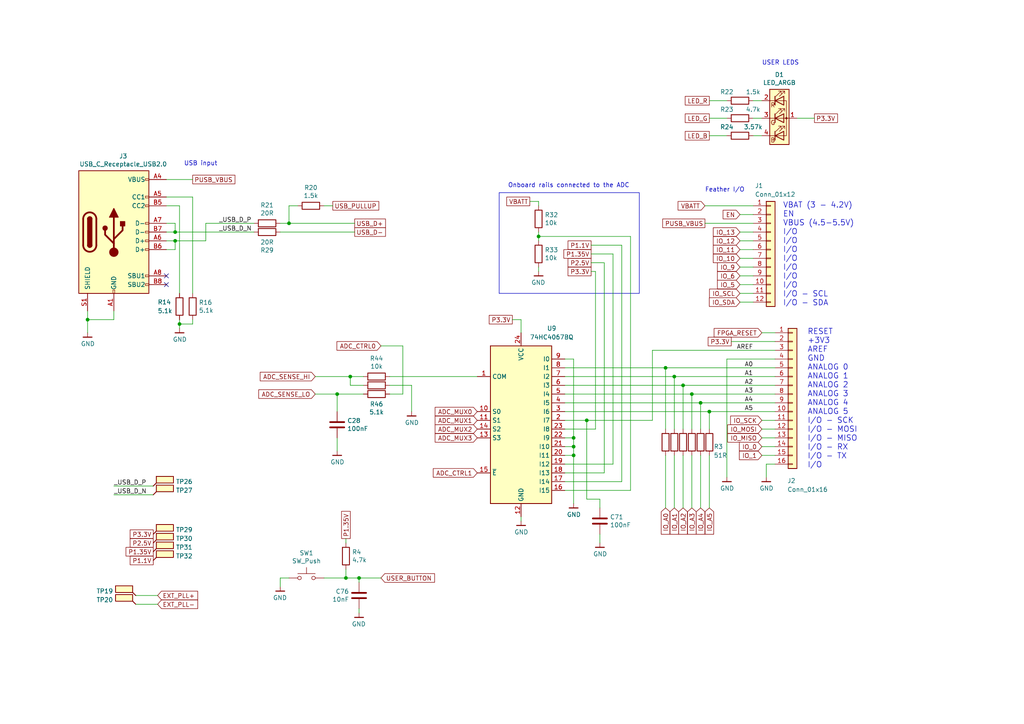
<source format=kicad_sch>
(kicad_sch (version 20230121) (generator eeschema)
  (paper "A4")
  (title_block (title "Orange Crab") (date "2020-11-01") (rev "r0.2.1") (company "Good Stuff Department") (comment 3 "Licensed under CERN OHL v.1.2") (comment 4 "Designed by: Greg Davill"))
  (lib_symbols
    (symbol "74xx:CD74HC4067M"
      (property "Reference" "U" (at -8.89 22.86 0))
      (property "Value" "CD74HC4067M" (at 1.27 22.86 0))
      (symbol "CD74HC4067M_0_1"
        (rectangle (start -8.89 21.59) (end 8.89 -24.13) (stroke (width 0.254)) (fill (type background)))
      )
      (symbol "CD74HC4067M_1_1"
        (pin passive line (at -12.7 12.7 0) (length 3.81) (name "COM") (number "1"))
        (pin input line (at -12.7 2.54 0) (length 3.81) (name "S0") (number "10"))
        (pin input line (at -12.7 0 0) (length 3.81) (name "S1") (number "11"))
        (pin power_in line (at 0 -27.94 90) (length 3.81) (name "GND") (number "12"))
        (pin input line (at -12.7 -5.08 0) (length 3.81) (name "S3") (number "13"))
        (pin input line (at -12.7 -2.54 0) (length 3.81) (name "S2") (number "14"))
        (pin input line (at -12.7 -15.24 0) (length 3.81) (name "~{E}") (number "15"))
        (pin passive line (at 12.7 -20.32 180) (length 3.81) (name "I15") (number "16"))
        (pin passive line (at 12.7 -17.78 180) (length 3.81) (name "I14") (number "17"))
        (pin passive line (at 12.7 -15.24 180) (length 3.81) (name "I13") (number "18"))
        (pin passive line (at 12.7 -12.7 180) (length 3.81) (name "I12") (number "19"))
        (pin passive line (at 12.7 0 180) (length 3.81) (name "I7") (number "2"))
        (pin passive line (at 12.7 -10.16 180) (length 3.81) (name "I11") (number "20"))
        (pin passive line (at 12.7 -7.62 180) (length 3.81) (name "I10") (number "21"))
        (pin passive line (at 12.7 -5.08 180) (length 3.81) (name "I9") (number "22"))
        (pin passive line (at 12.7 -2.54 180) (length 3.81) (name "I8") (number "23"))
        (pin power_in line (at 0 25.4 270) (length 3.81) (name "VCC") (number "24"))
        (pin passive line (at 12.7 2.54 180) (length 3.81) (name "I6") (number "3"))
        (pin passive line (at 12.7 5.08 180) (length 3.81) (name "I5") (number "4"))
        (pin passive line (at 12.7 7.62 180) (length 3.81) (name "I4") (number "5"))
        (pin passive line (at 12.7 10.16 180) (length 3.81) (name "I3") (number "6"))
        (pin passive line (at 12.7 12.7 180) (length 3.81) (name "I2") (number "7"))
        (pin passive line (at 12.7 15.24 180) (length 3.81) (name "I1") (number "8"))
        (pin passive line (at 12.7 17.78 180) (length 3.81) (name "I0") (number "9"))
      )
    )
    (symbol "Connector:TestPoint_Flag" (pin_numbers hide) (pin_names (offset 0.762) hide)
      (property "Reference" "TP" (at 3.429 1.778 0))
      (property "Value" "TestPoint_Flag" (at 3.302 4.191 0))
      (symbol "TestPoint_Flag_0_1"
        (polyline (pts (xy 0 0) (xy 0.889 0.889)) (stroke (width 0.254)))
        (rectangle (start 0.889 2.794) (end 5.842 0.889) (stroke (width 0.254)) (fill (type background)))
      )
      (symbol "TestPoint_Flag_1_1"
        (pin passive line (at 0 0 90) (length 0) (name "1") (number "1"))
      )
    )
    (symbol "Connector:USB_C_Receptacle_USB2.0" (pin_names (offset 1.016))
      (property "Reference" "J" (at -10.16 19.05 0))
      (property "Value" "USB_C_Receptacle_USB2.0" (at 19.05 19.05 0))
      (symbol "USB_C_Receptacle_USB2.0_0_0"
        (rectangle (start -0.254 -17.78) (end 0.254 -16.764))
        (rectangle (start 10.16 -14.986) (end 9.144 -15.494))
        (rectangle (start 10.16 -12.446) (end 9.144 -12.954))
        (rectangle (start 10.16 -4.826) (end 9.144 -5.334))
        (rectangle (start 10.16 -2.286) (end 9.144 -2.794))
        (rectangle (start 10.16 0.254) (end 9.144 -0.254))
        (rectangle (start 10.16 2.794) (end 9.144 2.286))
        (rectangle (start 10.16 7.874) (end 9.144 7.366))
        (rectangle (start 10.16 10.414) (end 9.144 9.906))
        (rectangle (start 10.16 15.494) (end 9.144 14.986))
      )
      (symbol "USB_C_Receptacle_USB2.0_0_1"
        (rectangle (start -10.16 17.78) (end 10.16 -17.78) (stroke (width 0.254)) (fill (type background)))
        (arc (start -8.89 -3.81) (mid -6.985 -5.7067) (end -5.08 -3.81) (stroke (width 0.508)))
        (arc (start -7.62 -3.81) (mid -6.985 -4.4423) (end -6.35 -3.81) (stroke (width 0.254)))
        (arc (start -7.62 -3.81) (mid -6.985 -4.4423) (end -6.35 -3.81) (stroke (width 0.254)) (fill (type outline)))
        (rectangle (start -7.62 -3.81) (end -6.35 3.81) (stroke (width 0.254)) (fill (type outline)))
        (arc (start -6.35 3.81) (mid -6.985 4.4423) (end -7.62 3.81) (stroke (width 0.254)))
        (arc (start -6.35 3.81) (mid -6.985 4.4423) (end -7.62 3.81) (stroke (width 0.254)) (fill (type outline)))
        (arc (start -5.08 3.81) (mid -6.985 5.7067) (end -8.89 3.81) (stroke (width 0.508)))
        (circle (center -2.54 1.143) (radius 0.635) (stroke (width 0.254)) (fill (type outline)))
        (circle (center 0 -5.842) (radius 1.27) (fill (type outline)))
        (polyline (pts (xy -8.89 -3.81) (xy -8.89 3.81)) (stroke (width 0.508)))
        (polyline (pts (xy -5.08 3.81) (xy -5.08 -3.81)) (stroke (width 0.508)))
        (polyline (pts (xy 0 -5.842) (xy 0 4.318)) (stroke (width 0.508)))
        (polyline (pts (xy 0 -3.302) (xy -2.54 -0.762) (xy -2.54 0.508)) (stroke (width 0.508)))
        (polyline (pts (xy 0 -2.032) (xy 2.54 0.508) (xy 2.54 1.778)) (stroke (width 0.508)))
        (polyline (pts (xy -1.27 4.318) (xy 0 6.858) (xy 1.27 4.318) (xy -1.27 4.318)) (stroke (width 0.254)) (fill (type outline)))
        (rectangle (start 1.905 1.778) (end 3.175 3.048) (stroke (width 0.254)) (fill (type outline)))
      )
      (symbol "USB_C_Receptacle_USB2.0_1_1"
        (pin passive line (at 0 -22.86 90) (length 5.08) (name "GND") (number "A1"))
        (pin passive line (at 0 -22.86 90) (length 5.08) hide (name "GND") (number "A12"))
        (pin passive line (at 15.24 15.24 180) (length 5.08) (name "VBUS") (number "A4"))
        (pin bidirectional line (at 15.24 10.16 180) (length 5.08) (name "CC1") (number "A5"))
        (pin bidirectional line (at 15.24 -2.54 180) (length 5.08) (name "D+") (number "A6"))
        (pin bidirectional line (at 15.24 2.54 180) (length 5.08) (name "D-") (number "A7"))
        (pin bidirectional line (at 15.24 -12.7 180) (length 5.08) (name "SBU1") (number "A8"))
        (pin passive line (at 15.24 15.24 180) (length 5.08) hide (name "VBUS") (number "A9"))
        (pin passive line (at 0 -22.86 90) (length 5.08) hide (name "GND") (number "B1"))
        (pin passive line (at 0 -22.86 90) (length 5.08) hide (name "GND") (number "B12"))
        (pin passive line (at 15.24 15.24 180) (length 5.08) hide (name "VBUS") (number "B4"))
        (pin bidirectional line (at 15.24 7.62 180) (length 5.08) (name "CC2") (number "B5"))
        (pin bidirectional line (at 15.24 -5.08 180) (length 5.08) (name "D+") (number "B6"))
        (pin bidirectional line (at 15.24 0 180) (length 5.08) (name "D-") (number "B7"))
        (pin bidirectional line (at 15.24 -15.24 180) (length 5.08) (name "SBU2") (number "B8"))
        (pin passive line (at 15.24 15.24 180) (length 5.08) hide (name "VBUS") (number "B9"))
        (pin passive line (at -7.62 -22.86 90) (length 5.08) (name "SHIELD") (number "S1"))
      )
    )
    (symbol "Connector_Generic:Conn_01x12" (pin_names (offset 1.016) hide)
      (property "Reference" "J" (at 0 15.24 0))
      (property "Value" "Conn_01x12" (at 0 -17.78 0))
      (symbol "Conn_01x12_1_1"
        (rectangle (start -1.27 -15.113) (end 0 -15.367) (stroke (width 0.1524)))
        (rectangle (start -1.27 -12.573) (end 0 -12.827) (stroke (width 0.1524)))
        (rectangle (start -1.27 -10.033) (end 0 -10.287) (stroke (width 0.1524)))
        (rectangle (start -1.27 -7.493) (end 0 -7.747) (stroke (width 0.1524)))
        (rectangle (start -1.27 -4.953) (end 0 -5.207) (stroke (width 0.1524)))
        (rectangle (start -1.27 -2.413) (end 0 -2.667) (stroke (width 0.1524)))
        (rectangle (start -1.27 0.127) (end 0 -0.127) (stroke (width 0.1524)))
        (rectangle (start -1.27 2.667) (end 0 2.413) (stroke (width 0.1524)))
        (rectangle (start -1.27 5.207) (end 0 4.953) (stroke (width 0.1524)))
        (rectangle (start -1.27 7.747) (end 0 7.493) (stroke (width 0.1524)))
        (rectangle (start -1.27 10.287) (end 0 10.033) (stroke (width 0.1524)))
        (rectangle (start -1.27 12.827) (end 0 12.573) (stroke (width 0.1524)))
        (rectangle (start -1.27 13.97) (end 1.27 -16.51) (stroke (width 0.254)) (fill (type background)))
        (pin passive line (at -5.08 12.7 0) (length 3.81) (name "Pin_1") (number "1"))
        (pin passive line (at -5.08 -10.16 0) (length 3.81) (name "Pin_10") (number "10"))
        (pin passive line (at -5.08 -12.7 0) (length 3.81) (name "Pin_11") (number "11"))
        (pin passive line (at -5.08 -15.24 0) (length 3.81) (name "Pin_12") (number "12"))
        (pin passive line (at -5.08 10.16 0) (length 3.81) (name "Pin_2") (number "2"))
        (pin passive line (at -5.08 7.62 0) (length 3.81) (name "Pin_3") (number "3"))
        (pin passive line (at -5.08 5.08 0) (length 3.81) (name "Pin_4") (number "4"))
        (pin passive line (at -5.08 2.54 0) (length 3.81) (name "Pin_5") (number "5"))
        (pin passive line (at -5.08 0 0) (length 3.81) (name "Pin_6") (number "6"))
        (pin passive line (at -5.08 -2.54 0) (length 3.81) (name "Pin_7") (number "7"))
        (pin passive line (at -5.08 -5.08 0) (length 3.81) (name "Pin_8") (number "8"))
        (pin passive line (at -5.08 -7.62 0) (length 3.81) (name "Pin_9") (number "9"))
      )
    )
    (symbol "Connector_Generic:Conn_01x16" (pin_names (offset 1.016) hide)
      (property "Reference" "J" (at 0 20.32 0))
      (property "Value" "Conn_01x16" (at 0 -22.86 0))
      (symbol "Conn_01x16_1_1"
        (rectangle (start -1.27 -20.193) (end 0 -20.447) (stroke (width 0.1524)))
        (rectangle (start -1.27 -17.653) (end 0 -17.907) (stroke (width 0.1524)))
        (rectangle (start -1.27 -15.113) (end 0 -15.367) (stroke (width 0.1524)))
        (rectangle (start -1.27 -12.573) (end 0 -12.827) (stroke (width 0.1524)))
        (rectangle (start -1.27 -10.033) (end 0 -10.287) (stroke (width 0.1524)))
        (rectangle (start -1.27 -7.493) (end 0 -7.747) (stroke (width 0.1524)))
        (rectangle (start -1.27 -4.953) (end 0 -5.207) (stroke (width 0.1524)))
        (rectangle (start -1.27 -2.413) (end 0 -2.667) (stroke (width 0.1524)))
        (rectangle (start -1.27 0.127) (end 0 -0.127) (stroke (width 0.1524)))
        (rectangle (start -1.27 2.667) (end 0 2.413) (stroke (width 0.1524)))
        (rectangle (start -1.27 5.207) (end 0 4.953) (stroke (width 0.1524)))
        (rectangle (start -1.27 7.747) (end 0 7.493) (stroke (width 0.1524)))
        (rectangle (start -1.27 10.287) (end 0 10.033) (stroke (width 0.1524)))
        (rectangle (start -1.27 12.827) (end 0 12.573) (stroke (width 0.1524)))
        (rectangle (start -1.27 15.367) (end 0 15.113) (stroke (width 0.1524)))
        (rectangle (start -1.27 17.907) (end 0 17.653) (stroke (width 0.1524)))
        (rectangle (start -1.27 19.05) (end 1.27 -21.59) (stroke (width 0.254)) (fill (type background)))
        (pin passive line (at -5.08 17.78 0) (length 3.81) (name "Pin_1") (number "1"))
        (pin passive line (at -5.08 -5.08 0) (length 3.81) (name "Pin_10") (number "10"))
        (pin passive line (at -5.08 -7.62 0) (length 3.81) (name "Pin_11") (number "11"))
        (pin passive line (at -5.08 -10.16 0) (length 3.81) (name "Pin_12") (number "12"))
        (pin passive line (at -5.08 -12.7 0) (length 3.81) (name "Pin_13") (number "13"))
        (pin passive line (at -5.08 -15.24 0) (length 3.81) (name "Pin_14") (number "14"))
        (pin passive line (at -5.08 -17.78 0) (length 3.81) (name "Pin_15") (number "15"))
        (pin passive line (at -5.08 -20.32 0) (length 3.81) (name "Pin_16") (number "16"))
        (pin passive line (at -5.08 15.24 0) (length 3.81) (name "Pin_2") (number "2"))
        (pin passive line (at -5.08 12.7 0) (length 3.81) (name "Pin_3") (number "3"))
        (pin passive line (at -5.08 10.16 0) (length 3.81) (name "Pin_4") (number "4"))
        (pin passive line (at -5.08 7.62 0) (length 3.81) (name "Pin_5") (number "5"))
        (pin passive line (at -5.08 5.08 0) (length 3.81) (name "Pin_6") (number "6"))
        (pin passive line (at -5.08 2.54 0) (length 3.81) (name "Pin_7") (number "7"))
        (pin passive line (at -5.08 0 0) (length 3.81) (name "Pin_8") (number "8"))
        (pin passive line (at -5.08 -2.54 0) (length 3.81) (name "Pin_9") (number "9"))
      )
    )
    (symbol "Device:C" (pin_numbers hide) (pin_names (offset 0.254))
      (property "Reference" "C" (at 0.635 2.54 0))
      (property "Value" "C" (at 0.635 -2.54 0))
      (symbol "C_0_1"
        (polyline (pts (xy -2.032 -0.762) (xy 2.032 -0.762)) (stroke (width 0.508)))
        (polyline (pts (xy -2.032 0.762) (xy 2.032 0.762)) (stroke (width 0.508)))
      )
      (symbol "C_1_1"
        (pin passive line (at 0 3.81 270) (length 2.794) (name "~") (number "1"))
        (pin passive line (at 0 -3.81 90) (length 2.794) (name "~") (number "2"))
      )
    )
    (symbol "Device:LED_ARGB" (pin_names (offset 0) hide)
      (property "Reference" "D" (at 0 9.398 0))
      (property "Value" "LED_ARGB" (at 0 -8.89 0))
      (symbol "LED_ARGB_0_0"
        (text "B" (at -1.905 -6.35 0) (effects (font (size 1.27 1.27))))
        (text "G" (at -1.905 -1.27 0) (effects (font (size 1.27 1.27))))
        (text "R" (at -1.905 3.81 0) (effects (font (size 1.27 1.27))))
      )
      (symbol "LED_ARGB_0_1"
        (polyline (pts (xy -1.27 -5.08) (xy -2.54 -5.08)))
        (polyline (pts (xy -1.27 -5.08) (xy 1.27 -5.08)))
        (polyline (pts (xy -1.27 -3.81) (xy -1.27 -6.35)) (stroke (width 0.254)))
        (polyline (pts (xy -1.27 0) (xy -2.54 0)))
        (polyline (pts (xy -1.27 1.27) (xy -1.27 -1.27)) (stroke (width 0.254)))
        (polyline (pts (xy -1.27 5.08) (xy -2.54 5.08)))
        (polyline (pts (xy -1.27 5.08) (xy 1.27 5.08)))
        (polyline (pts (xy -1.27 6.35) (xy -1.27 3.81)) (stroke (width 0.254)))
        (polyline (pts (xy 1.27 0) (xy -1.27 0)))
        (polyline (pts (xy 1.27 0) (xy 2.54 0)))
        (polyline (pts (xy -1.27 1.27) (xy -1.27 -1.27) (xy -1.27 -1.27)))
        (polyline (pts (xy -1.27 6.35) (xy -1.27 3.81) (xy -1.27 3.81)))
        (polyline (pts (xy 1.27 -5.08) (xy 2.032 -5.08) (xy 2.032 5.08) (xy 1.27 5.08)))
        (polyline (pts (xy 1.27 -3.81) (xy 1.27 -6.35) (xy -1.27 -5.08) (xy 1.27 -3.81)) (stroke (width 0.254)))
        (polyline (pts (xy 1.27 1.27) (xy 1.27 -1.27) (xy -1.27 0) (xy 1.27 1.27)) (stroke (width 0.254)))
        (polyline (pts (xy 1.27 6.35) (xy 1.27 3.81) (xy -1.27 5.08) (xy 1.27 6.35)) (stroke (width 0.254)))
        (polyline (pts (xy -1.016 -3.81) (xy 0.508 -2.286) (xy -0.254 -2.286) (xy 0.508 -2.286) (xy 0.508 -3.048)))
        (polyline (pts (xy -1.016 1.27) (xy 0.508 2.794) (xy -0.254 2.794) (xy 0.508 2.794) (xy 0.508 2.032)))
        (polyline (pts (xy -1.016 6.35) (xy 0.508 7.874) (xy -0.254 7.874) (xy 0.508 7.874) (xy 0.508 7.112)))
        (polyline (pts (xy 0 -3.81) (xy 1.524 -2.286) (xy 0.762 -2.286) (xy 1.524 -2.286) (xy 1.524 -3.048)))
        (polyline (pts (xy 0 1.27) (xy 1.524 2.794) (xy 0.762 2.794) (xy 1.524 2.794) (xy 1.524 2.032)))
        (polyline (pts (xy 0 6.35) (xy 1.524 7.874) (xy 0.762 7.874) (xy 1.524 7.874) (xy 1.524 7.112)))
        (rectangle (start 1.27 -1.27) (end 1.27 1.27))
        (rectangle (start 1.27 1.27) (end 1.27 1.27))
        (rectangle (start 1.27 3.81) (end 1.27 6.35))
        (rectangle (start 1.27 6.35) (end 1.27 6.35))
        (circle (center 2.032 0) (radius 0.254) (fill (type outline)))
        (rectangle (start 2.794 8.382) (end -2.794 -7.62) (stroke (width 0.254)) (fill (type background)))
      )
      (symbol "LED_ARGB_1_1"
        (pin passive line (at 5.08 0 180) (length 2.54) (name "A") (number "1"))
        (pin passive line (at -5.08 5.08 0) (length 2.54) (name "RK") (number "2"))
        (pin passive line (at -5.08 0 0) (length 2.54) (name "GK") (number "3"))
        (pin passive line (at -5.08 -5.08 0) (length 2.54) (name "BK") (number "4"))
      )
    )
    (symbol "Device:R" (pin_numbers hide) (pin_names (offset 0))
      (property "Reference" "R" (at 2.032 0 90))
      (property "Value" "R" (at 0 0 90))
      (symbol "R_0_1"
        (rectangle (start -1.016 -2.54) (end 1.016 2.54) (stroke (width 0.254)))
      )
      (symbol "R_1_1"
        (pin passive line (at 0 3.81 270) (length 1.27) (name "~") (number "1"))
        (pin passive line (at 0 -3.81 90) (length 1.27) (name "~") (number "2"))
      )
    )
    (symbol "Switch:SW_Push" (pin_numbers hide) (pin_names (offset 1.016) hide)
      (property "Reference" "SW" (at 1.27 2.54 0))
      (property "Value" "SW_Push" (at 0 -1.524 0))
      (symbol "SW_Push_0_1"
        (circle (center -2.032 0) (radius 0.508))
        (polyline (pts (xy 0 1.27) (xy 0 3.048)))
        (polyline (pts (xy 2.54 1.27) (xy -2.54 1.27)))
        (circle (center 2.032 0) (radius 0.508))
        (pin passive line (at -5.08 0 0) (length 2.54) (name "1") (number "1"))
        (pin passive line (at 5.08 0 180) (length 2.54) (name "2") (number "2"))
      )
    )
    (symbol "gkl_power:GND" (power) (pin_names (offset 0))
      (property "Value" "GND" (at 0 -2.54 0))
      (symbol "GND_0_1"
        (polyline (pts (xy 0 -1.27) (xy 0 0)))
        (polyline (pts (xy 1.27 -1.27) (xy -1.27 -1.27)) (stroke (width 0.3048)))
      )
      (symbol "GND_1_1"
        (pin power_in line (at 0 0 270) (length 0) hide (name "GND") (number "1"))
      )
    )
  )
  (junction (at 25.4 92.71))
  (junction (at 83.82 64.77))
  (junction (at 104.14 167.64))
  (junction (at 101.6 109.22))
  (junction (at 198.12 111.76))
  (junction (at 195.58 109.22))
  (junction (at 52.07 93.98))
  (junction (at 166.37 127))
  (junction (at 200.66 114.3))
  (junction (at 166.37 132.08))
  (junction (at 170.18 121.92))
  (junction (at 156.21 68.58))
  (junction (at 166.37 129.54))
  (junction (at 50.8 67.31))
  (junction (at 193.04 106.68))
  (junction (at 205.74 119.38))
  (junction (at 50.8 69.85))
  (junction (at 97.79 114.3))
  (junction (at 203.2 116.84))
  (junction (at 100.33 167.64))
  (no_connect (at 48.26 82.55))
  (no_connect (at 48.26 80.01))
  (wire (pts (xy 195.58 147.32) (xy 195.58 132.08)))
  (wire (pts (xy 203.2 124.46) (xy 203.2 116.84)))
  (wire (pts (xy 163.83 127) (xy 166.37 127)))
  (wire (pts (xy 48.26 69.85) (xy 50.8 69.85)))
  (wire (pts (xy 91.44 109.22) (xy 101.6 109.22)))
  (wire (pts (xy 218.44 82.55) (xy 214.63 82.55)))
  (wire (pts (xy 180.34 71.12) (xy 180.34 139.7)))
  (wire (pts (xy 166.37 132.08) (xy 166.37 146.05)))
  (wire (pts (xy 218.44 74.93) (xy 214.63 74.93)))
  (wire (pts (xy 25.4 92.71) (xy 25.4 96.52)))
  (wire (pts (xy 172.72 78.74) (xy 171.45 78.74)))
  (wire (pts (xy 50.8 72.39) (xy 50.8 69.85)))
  (wire (pts (xy 218.44 85.09) (xy 214.63 85.09)))
  (wire (pts (xy 177.8 134.62) (xy 177.8 73.66)))
  (wire (pts (xy 182.88 68.58) (xy 156.21 68.58)))
  (wire (pts (xy 163.83 106.68) (xy 193.04 106.68)))
  (wire (pts (xy 83.82 64.77) (xy 102.87 64.77)))
  (wire (pts (xy 55.88 57.15) (xy 55.88 85.09)))
  (polyline (pts (xy 144.78 55.88) (xy 144.78 85.09)))
  (wire (pts (xy 163.83 109.22) (xy 195.58 109.22)))
  (wire (pts (xy 210.82 104.14) (xy 210.82 138.43)))
  (wire (pts (xy 156.21 58.42) (xy 156.21 59.69)))
  (wire (pts (xy 224.79 124.46) (xy 220.98 124.46)))
  (wire (pts (xy 236.22 34.29) (xy 231.14 34.29)))
  (wire (pts (xy 200.66 114.3) (xy 224.79 114.3)))
  (wire (pts (xy 81.28 170.18) (xy 81.28 167.64)))
  (wire (pts (xy 86.36 59.69) (xy 83.82 59.69)))
  (wire (pts (xy 59.69 69.85) (xy 59.69 64.77)))
  (wire (pts (xy 148.59 92.71) (xy 151.13 92.71)))
  (wire (pts (xy 203.2 147.32) (xy 203.2 132.08)))
  (wire (pts (xy 189.23 101.6) (xy 224.79 101.6)))
  (wire (pts (xy 55.88 93.98) (xy 52.07 93.98)))
  (wire (pts (xy 198.12 147.32) (xy 198.12 132.08)))
  (wire (pts (xy 203.2 116.84) (xy 224.79 116.84)))
  (wire (pts (xy 198.12 111.76) (xy 224.79 111.76)))
  (wire (pts (xy 200.66 124.46) (xy 200.66 114.3)))
  (wire (pts (xy 224.79 132.08) (xy 220.98 132.08)))
  (wire (pts (xy 156.21 68.58) (xy 156.21 69.85)))
  (wire (pts (xy 119.38 111.76) (xy 119.38 119.38)))
  (wire (pts (xy 189.23 121.92) (xy 189.23 101.6)))
  (wire (pts (xy 113.03 114.3) (xy 116.84 114.3)))
  (wire (pts (xy 48.26 67.31) (xy 50.8 67.31)))
  (wire (pts (xy 218.44 80.01) (xy 214.63 80.01)))
  (wire (pts (xy 156.21 77.47) (xy 156.21 78.74)))
  (wire (pts (xy 48.26 57.15) (xy 55.88 57.15)))
  (wire (pts (xy 97.79 127) (xy 97.79 130.81)))
  (wire (pts (xy 224.79 96.52) (xy 220.98 96.52)))
  (wire (pts (xy 81.28 67.31) (xy 102.87 67.31)))
  (wire (pts (xy 173.99 144.78) (xy 170.18 144.78)))
  (polyline (pts (xy 185.42 55.88) (xy 144.78 55.88)))
  (polyline (pts (xy 144.78 85.09) (xy 185.42 85.09)))
  (wire (pts (xy 91.44 114.3) (xy 97.79 114.3)))
  (wire (pts (xy 163.83 134.62) (xy 177.8 134.62)))
  (wire (pts (xy 116.84 114.3) (xy 116.84 100.33)))
  (wire (pts (xy 200.66 147.32) (xy 200.66 132.08)))
  (wire (pts (xy 25.4 90.17) (xy 25.4 92.71)))
  (wire (pts (xy 101.6 111.76) (xy 101.6 109.22)))
  (wire (pts (xy 166.37 132.08) (xy 166.37 129.54)))
  (wire (pts (xy 52.07 92.71) (xy 52.07 93.98)))
  (wire (pts (xy 218.44 72.39) (xy 214.63 72.39)))
  (wire (pts (xy 198.12 124.46) (xy 198.12 111.76)))
  (wire (pts (xy 166.37 129.54) (xy 166.37 127)))
  (wire (pts (xy 104.14 176.53) (xy 104.14 177.8)))
  (wire (pts (xy 173.99 157.48) (xy 173.99 154.94)))
  (wire (pts (xy 193.04 147.32) (xy 193.04 132.08)))
  (wire (pts (xy 224.79 99.06) (xy 212.09 99.06)))
  (wire (pts (xy 218.44 29.21) (xy 220.98 29.21)))
  (wire (pts (xy 175.26 76.2) (xy 175.26 137.16)))
  (wire (pts (xy 180.34 139.7) (xy 163.83 139.7)))
  (wire (pts (xy 166.37 132.08) (xy 163.83 132.08)))
  (wire (pts (xy 218.44 87.63) (xy 214.63 87.63)))
  (wire (pts (xy 100.33 167.64) (xy 93.98 167.64)))
  (wire (pts (xy 48.26 52.07) (xy 55.88 52.07)))
  (wire (pts (xy 50.8 69.85) (xy 59.69 69.85)))
  (wire (pts (xy 45.72 175.26) (xy 39.37 175.26)))
  (wire (pts (xy 171.45 76.2) (xy 175.26 76.2)))
  (wire (pts (xy 177.8 73.66) (xy 171.45 73.66)))
  (wire (pts (xy 218.44 67.31) (xy 214.63 67.31)))
  (wire (pts (xy 52.07 93.98) (xy 52.07 95.25)))
  (wire (pts (xy 218.44 64.77) (xy 204.47 64.77)))
  (wire (pts (xy 218.44 77.47) (xy 214.63 77.47)))
  (wire (pts (xy 163.83 121.92) (xy 170.18 121.92)))
  (wire (pts (xy 93.98 59.69) (xy 96.52 59.69)))
  (wire (pts (xy 220.98 34.29) (xy 218.44 34.29)))
  (wire (pts (xy 180.34 71.12) (xy 171.45 71.12)))
  (wire (pts (xy 163.83 142.24) (xy 182.88 142.24)))
  (wire (pts (xy 170.18 144.78) (xy 170.18 121.92)))
  (wire (pts (xy 224.79 121.92) (xy 220.98 121.92)))
  (wire (pts (xy 50.8 64.77) (xy 50.8 67.31)))
  (wire (pts (xy 163.83 116.84) (xy 203.2 116.84)))
  (wire (pts (xy 116.84 100.33) (xy 110.49 100.33)))
  (wire (pts (xy 50.8 67.31) (xy 73.66 67.31)))
  (wire (pts (xy 151.13 151.13) (xy 151.13 149.86)))
  (wire (pts (xy 138.43 109.22) (xy 113.03 109.22)))
  (wire (pts (xy 166.37 104.14) (xy 163.83 104.14)))
  (wire (pts (xy 163.83 114.3) (xy 200.66 114.3)))
  (wire (pts (xy 218.44 69.85) (xy 214.63 69.85)))
  (wire (pts (xy 182.88 68.58) (xy 182.88 142.24)))
  (wire (pts (xy 52.07 59.69) (xy 52.07 85.09)))
  (wire (pts (xy 172.72 124.46) (xy 163.83 124.46)))
  (wire (pts (xy 193.04 106.68) (xy 224.79 106.68)))
  (wire (pts (xy 33.02 143.51) (xy 44.45 143.51)))
  (wire (pts (xy 173.99 147.32) (xy 173.99 144.78)))
  (wire (pts (xy 100.33 167.64) (xy 104.14 167.64)))
  (wire (pts (xy 224.79 134.62) (xy 222.25 134.62)))
  (wire (pts (xy 224.79 127) (xy 220.98 127)))
  (wire (pts (xy 153.67 58.42) (xy 156.21 58.42)))
  (wire (pts (xy 163.83 111.76) (xy 198.12 111.76)))
  (wire (pts (xy 44.45 140.97) (xy 33.02 140.97)))
  (wire (pts (xy 210.82 34.29) (xy 205.74 34.29)))
  (wire (pts (xy 210.82 29.21) (xy 205.74 29.21)))
  (wire (pts (xy 156.21 67.31) (xy 156.21 68.58)))
  (wire (pts (xy 163.83 137.16) (xy 175.26 137.16)))
  (wire (pts (xy 218.44 39.37) (xy 220.98 39.37)))
  (wire (pts (xy 55.88 92.71) (xy 55.88 93.98)))
  (wire (pts (xy 210.82 39.37) (xy 205.74 39.37)))
  (wire (pts (xy 170.18 121.92) (xy 189.23 121.92)))
  (wire (pts (xy 33.02 90.17) (xy 33.02 92.71)))
  (wire (pts (xy 224.79 129.54) (xy 220.98 129.54)))
  (wire (pts (xy 113.03 111.76) (xy 119.38 111.76)))
  (wire (pts (xy 81.28 167.64) (xy 83.82 167.64)))
  (wire (pts (xy 45.72 172.72) (xy 39.37 172.72)))
  (wire (pts (xy 81.28 64.77) (xy 83.82 64.77)))
  (wire (pts (xy 105.41 111.76) (xy 101.6 111.76)))
  (wire (pts (xy 33.02 92.71) (xy 25.4 92.71)))
  (wire (pts (xy 104.14 167.64) (xy 104.14 168.91)))
  (wire (pts (xy 163.83 129.54) (xy 166.37 129.54)))
  (wire (pts (xy 83.82 59.69) (xy 83.82 64.77)))
  (wire (pts (xy 163.83 119.38) (xy 205.74 119.38)))
  (wire (pts (xy 224.79 104.14) (xy 210.82 104.14)))
  (wire (pts (xy 100.33 156.21) (xy 100.33 157.48)))
  (wire (pts (xy 105.41 109.22) (xy 101.6 109.22)))
  (wire (pts (xy 59.69 64.77) (xy 73.66 64.77)))
  (wire (pts (xy 104.14 167.64) (xy 110.49 167.64)))
  (wire (pts (xy 172.72 78.74) (xy 172.72 124.46)))
  (wire (pts (xy 166.37 104.14) (xy 166.37 127)))
  (wire (pts (xy 48.26 59.69) (xy 52.07 59.69)))
  (wire (pts (xy 48.26 64.77) (xy 50.8 64.77)))
  (wire (pts (xy 48.26 72.39) (xy 50.8 72.39)))
  (wire (pts (xy 222.25 134.62) (xy 222.25 138.43)))
  (wire (pts (xy 151.13 92.71) (xy 151.13 96.52)))
  (wire (pts (xy 97.79 119.38) (xy 97.79 114.3)))
  (wire (pts (xy 205.74 119.38) (xy 224.79 119.38)))
  (wire (pts (xy 205.74 124.46) (xy 205.74 119.38)))
  (wire (pts (xy 218.44 59.69) (xy 204.47 59.69)))
  (wire (pts (xy 100.33 165.1) (xy 100.33 167.64)))
  (wire (pts (xy 97.79 114.3) (xy 105.41 114.3)))
  (wire (pts (xy 205.74 147.32) (xy 205.74 132.08)))
  (wire (pts (xy 195.58 124.46) (xy 195.58 109.22)))
  (polyline (pts (xy 185.42 85.09) (xy 185.42 55.88)))
  (wire (pts (xy 195.58 109.22) (xy 224.79 109.22)))
  (wire (pts (xy 218.44 62.23) (xy 214.63 62.23)))
  (wire (pts (xy 193.04 124.46) (xy 193.04 106.68)))
  (text "USER LEDS" (at 220.98 19.05 0) (effects (font (size 1.27 1.27)) (justify left bottom)))
  (text "VBAT (3 - 4.2V)\nEN\nVBUS (4.5-5.5V)\nI/O\nI/O\nI/O\nI/O\nI/O\nI/O\nI/O\nI/O - SCL\nI/O - SDA" (at 227.076 88.9 0) (effects (font (size 1.6002 1.6002)) (justify left bottom)))
  (text "USB input" (at 53.34 48.26 0) (effects (font (size 1.27 1.27)) (justify left bottom)))
  (text "RESET\n+3V3\nAREF\nGND\nANALOG 0\nANALOG 1\nANALOG 2\nANALOG 3\nANALOG 4\nANALOG 5\nI/O - SCK\nI/O - MOSI\nI/O - MISO\nI/O - RX\nI/O - TX\nI/O" (at 234.188 135.89 0) (effects (font (size 1.6002 1.6002)) (justify left bottom)))
  (text "Feather I/O" (at 204.47 55.88 0) (effects (font (size 1.27 1.27)) (justify left bottom)))
  (text "Onboard rails connected to the ADC" (at 147.32 54.61 0) (effects (font (size 1.27 1.27)) (justify left bottom)))
  (label "_USB_D_N" (at 33.02 143.51 0))
  (label "A4" (at 218.44 116.84 180))
  (label "A0" (at 218.44 106.68 180))
  (label "_USB_D_P" (at 63.5 64.77 0))
  (label "A3" (at 218.44 114.3 180))
  (label "A1" (at 218.44 109.22 180))
  (label "A5" (at 218.44 119.38 180))
  (label "A2" (at 218.44 111.76 180))
  (label "_USB_D_P" (at 33.02 140.97 0))
  (label "_USB_D_N" (at 63.5 67.31 0))
  (label "AREF" (at 218.44 101.6 180))
  (global_label "P3.3V" (shape passive) (at 236.22 34.29 0) (property "Intersheetrefs" "${INTERSHEET_REFS}" (effects hide)))
  (global_label "IO_9" (shape input) (at 214.63 77.47 180) (property "Intersheetrefs" "${INTERSHEET_REFS}" (effects hide)))
  (global_label "P1.1V" (shape passive) (at 171.45 71.12 180) (property "Intersheetrefs" "${INTERSHEET_REFS}" (effects hide)))
  (global_label "P2.5V" (shape passive) (at 171.45 76.2 180) (property "Intersheetrefs" "${INTERSHEET_REFS}" (effects hide)))
  (global_label "IO_11" (shape input) (at 214.63 72.39 180) (property "Intersheetrefs" "${INTERSHEET_REFS}" (effects hide)))
  (global_label "IO_A3" (shape input) (at 200.66 147.32 270) (property "Intersheetrefs" "${INTERSHEET_REFS}" (effects hide)))
  (global_label "IO_1" (shape input) (at 220.98 132.08 180) (property "Intersheetrefs" "${INTERSHEET_REFS}" (effects hide)))
  (global_label "VBATT" (shape input) (at 204.47 59.69 180) (property "Intersheetrefs" "${INTERSHEET_REFS}" (effects hide)))
  (global_label "IO_5" (shape input) (at 214.63 82.55 180) (property "Intersheetrefs" "${INTERSHEET_REFS}" (effects hide)))
  (global_label "USER_BUTTON" (shape input) (at 110.49 167.64 0) (property "Intersheetrefs" "${INTERSHEET_REFS}" (effects hide)))
  (global_label "IO_SCL" (shape input) (at 214.63 85.09 180) (property "Intersheetrefs" "${INTERSHEET_REFS}" (effects hide)))
  (global_label "ADC_MUX1" (shape input) (at 138.43 121.92 180) (property "Intersheetrefs" "${INTERSHEET_REFS}" (effects hide)))
  (global_label "IO_A2" (shape input) (at 198.12 147.32 270) (property "Intersheetrefs" "${INTERSHEET_REFS}" (effects hide)))
  (global_label "LED_G" (shape passive) (at 205.74 34.29 180) (property "Intersheetrefs" "${INTERSHEET_REFS}" (effects hide)))
  (global_label "IO_A5" (shape input) (at 205.74 147.32 270) (property "Intersheetrefs" "${INTERSHEET_REFS}" (effects hide)))
  (global_label "LED_R" (shape passive) (at 205.74 29.21 180) (property "Intersheetrefs" "${INTERSHEET_REFS}" (effects hide)))
  (global_label "EXT_PLL+" (shape input) (at 45.72 172.72 0) (property "Intersheetrefs" "${INTERSHEET_REFS}" (effects hide)))
  (global_label "IO_13" (shape input) (at 214.63 67.31 180) (property "Intersheetrefs" "${INTERSHEET_REFS}" (effects hide)))
  (global_label "IO_6" (shape input) (at 214.63 80.01 180) (property "Intersheetrefs" "${INTERSHEET_REFS}" (effects hide)))
  (global_label "P3.3V" (shape passive) (at 148.59 92.71 180) (property "Intersheetrefs" "${INTERSHEET_REFS}" (effects hide)))
  (global_label "IO_A4" (shape input) (at 203.2 147.32 270) (property "Intersheetrefs" "${INTERSHEET_REFS}" (effects hide)))
  (global_label "IO_MISO" (shape input) (at 220.98 127 180) (property "Intersheetrefs" "${INTERSHEET_REFS}" (effects hide)))
  (global_label "P3.3V" (shape passive) (at 44.45 154.94 180) (property "Intersheetrefs" "${INTERSHEET_REFS}" (effects hide)))
  (global_label "IO_SCK" (shape input) (at 220.98 121.92 180) (property "Intersheetrefs" "${INTERSHEET_REFS}" (effects hide)))
  (global_label "EXT_PLL-" (shape input) (at 45.72 175.26 0) (property "Intersheetrefs" "${INTERSHEET_REFS}" (effects hide)))
  (global_label "IO_MOSI" (shape input) (at 220.98 124.46 180) (property "Intersheetrefs" "${INTERSHEET_REFS}" (effects hide)))
  (global_label "IO_SDA" (shape input) (at 214.63 87.63 180) (property "Intersheetrefs" "${INTERSHEET_REFS}" (effects hide)))
  (global_label "IO_10" (shape input) (at 214.63 74.93 180) (property "Intersheetrefs" "${INTERSHEET_REFS}" (effects hide)))
  (global_label "EN" (shape input) (at 214.63 62.23 180) (property "Intersheetrefs" "${INTERSHEET_REFS}" (effects hide)))
  (global_label "P1.35V" (shape passive) (at 100.33 156.21 90) (property "Intersheetrefs" "${INTERSHEET_REFS}" (effects hide)))
  (global_label "P1.35V" (shape passive) (at 171.45 73.66 180) (property "Intersheetrefs" "${INTERSHEET_REFS}" (effects hide)))
  (global_label "P3.3V" (shape passive) (at 212.09 99.06 180) (property "Intersheetrefs" "${INTERSHEET_REFS}" (effects hide)))
  (global_label "ADC_MUX3" (shape input) (at 138.43 127 180) (property "Intersheetrefs" "${INTERSHEET_REFS}" (effects hide)))
  (global_label "USB_D+" (shape passive) (at 102.87 64.77 0) (property "Intersheetrefs" "${INTERSHEET_REFS}" (effects hide)))
  (global_label "ADC_SENSE_HI" (shape input) (at 91.44 109.22 180) (property "Intersheetrefs" "${INTERSHEET_REFS}" (effects hide)))
  (global_label "USB_D-" (shape passive) (at 102.87 67.31 0) (property "Intersheetrefs" "${INTERSHEET_REFS}" (effects hide)))
  (global_label "FPGA_RESET" (shape input) (at 220.98 96.52 180) (property "Intersheetrefs" "${INTERSHEET_REFS}" (effects hide)))
  (global_label "ADC_MUX0" (shape input) (at 138.43 119.38 180) (property "Intersheetrefs" "${INTERSHEET_REFS}" (effects hide)))
  (global_label "ADC_CTRL0" (shape input) (at 110.49 100.33 180) (property "Intersheetrefs" "${INTERSHEET_REFS}" (effects hide)))
  (global_label "IO_A0" (shape input) (at 193.04 147.32 270) (property "Intersheetrefs" "${INTERSHEET_REFS}" (effects hide)))
  (global_label "IO_A1" (shape input) (at 195.58 147.32 270) (property "Intersheetrefs" "${INTERSHEET_REFS}" (effects hide)))
  (global_label "IO_0" (shape input) (at 220.98 129.54 180) (property "Intersheetrefs" "${INTERSHEET_REFS}" (effects hide)))
  (global_label "P3.3V" (shape passive) (at 171.45 78.74 180) (property "Intersheetrefs" "${INTERSHEET_REFS}" (effects hide)))
  (global_label "USB_PULLUP" (shape passive) (at 96.52 59.69 0) (property "Intersheetrefs" "${INTERSHEET_REFS}" (effects hide)))
  (global_label "IO_12" (shape input) (at 214.63 69.85 180) (property "Intersheetrefs" "${INTERSHEET_REFS}" (effects hide)))
  (global_label "PUSB_VBUS" (shape passive) (at 204.47 64.77 180) (property "Intersheetrefs" "${INTERSHEET_REFS}" (effects hide)))
  (global_label "PUSB_VBUS" (shape passive) (at 55.88 52.07 0) (property "Intersheetrefs" "${INTERSHEET_REFS}" (effects hide)))
  (global_label "P1.1V" (shape passive) (at 44.45 162.56 180) (property "Intersheetrefs" "${INTERSHEET_REFS}" (effects hide)))
  (global_label "P1.35V" (shape passive) (at 44.45 160.02 180) (property "Intersheetrefs" "${INTERSHEET_REFS}" (effects hide)))
  (global_label "ADC_SENSE_LO" (shape input) (at 91.44 114.3 180) (property "Intersheetrefs" "${INTERSHEET_REFS}" (effects hide)))
  (global_label "LED_B" (shape passive) (at 205.74 39.37 180) (property "Intersheetrefs" "${INTERSHEET_REFS}" (effects hide)))
  (global_label "ADC_CTRL1" (shape input) (at 138.43 137.16 180) (property "Intersheetrefs" "${INTERSHEET_REFS}" (effects hide)))
  (global_label "ADC_MUX2" (shape input) (at 138.43 124.46 180) (property "Intersheetrefs" "${INTERSHEET_REFS}" (effects hide)))
  (global_label "P2.5V" (shape passive) (at 44.45 157.48 180) (property "Intersheetrefs" "${INTERSHEET_REFS}" (effects hide)))
  (global_label "VBATT" (shape passive) (at 153.67 58.42 180) (property "Intersheetrefs" "${INTERSHEET_REFS}" (effects hide)))
  (symbol (lib_id "gkl_power:GND") (at 210.82 138.43 0) (unit 1)
    (property "Reference" "#PWR0133" (effects hide))
    (property "Value" "GND" (at 210.8962 141.6304 0))
  )
  (symbol (lib_id "Connector:TestPoint_Flag") (at 44.45 140.97 0) (unit 1)
    (property "Reference" "TP26" (at 55.88 139.7 0) (effects (justify right)))
    (property "Value" "SMD_TP" (effects hide))
    (property "Footprint" "gkl_misc:TestPoint_Pad_D0.5mm" (effects hide))
    (property "PN" "DNP" (effects hide))
  )
  (symbol (lib_id "Connector:TestPoint_Flag") (at 44.45 143.51 0) (unit 1)
    (property "Reference" "TP27" (at 55.88 142.24 0) (effects (justify right)))
    (property "Value" "SMD_TP" (effects hide))
    (property "Footprint" "gkl_misc:TestPoint_Pad_D0.5mm" (effects hide))
    (property "PN" "DNP" (effects hide))
  )
  (symbol (lib_id "Connector:TestPoint_Flag") (at 44.45 160.02 0) (unit 1)
    (property "Reference" "TP31" (at 55.88 158.75 0) (effects (justify right)))
    (property "Value" "SMD_TP" (effects hide))
    (property "Footprint" "gkl_misc:TestPoint_Pad_D0.5mm" (effects hide))
    (property "PN" "DNP" (effects hide))
  )
  (symbol (lib_id "Connector:TestPoint_Flag") (at 44.45 162.56 0) (unit 1)
    (property "Reference" "TP32" (at 55.88 161.29 0) (effects (justify right)))
    (property "Value" "SMD_TP" (effects hide))
    (property "Footprint" "gkl_misc:TestPoint_Pad_D0.5mm" (effects hide))
    (property "PN" "DNP" (effects hide))
  )
  (symbol (lib_id "Connector:TestPoint_Flag") (at 44.45 157.48 0) (unit 1)
    (property "Reference" "TP30" (at 55.88 156.21 0) (effects (justify right)))
    (property "Value" "SMD_TP" (effects hide))
    (property "Footprint" "gkl_misc:TestPoint_Pad_D0.5mm" (effects hide))
    (property "PN" "DNP" (effects hide))
  )
  (symbol (lib_id "Connector:TestPoint_Flag") (at 44.45 154.94 0) (unit 1)
    (property "Reference" "TP29" (at 55.88 153.67 0) (effects (justify right)))
    (property "Value" "SMD_TP" (effects hide))
    (property "Footprint" "gkl_misc:TestPoint_Pad_D0.5mm" (effects hide))
    (property "PN" "DNP" (effects hide))
  )
  (symbol (lib_id "gkl_power:GND") (at 25.4 96.52 0) (unit 1)
    (property "Reference" "#PWR0121" (effects hide))
    (property "Value" "GND" (at 25.4762 99.7204 0))
    (instances (project "OrangeCrab" (path "" (reference "#PWR0121") (unit 1)) (path "" (reference "#PWR?") (unit 1))))
  )
  (symbol (lib_id "Device:R") (at 90.17 59.69 90) (unit 1)
    (property "Reference" "R20" (at 90.17 54.4322 90))
    (property "Value" "1.5k" (at 90.17 56.7436 90))
    (property "Footprint" "gkl_dipol:R_0201_0603Metric" (effects hide))
    (property "Mfg" "‎Yageo‎" (effects hide))
    (property "PN" "RC0201FR-071K5L" (effects hide))
    (property "Mfg_1" "UNI-ROYAL(Uniroyal Elec)" (effects hide))
    (property "PN_1" "0201WMF1501TCE" (effects hide))
  )
  (symbol (lib_id "gkl_power:GND") (at 222.25 138.43 0) (unit 1)
    (property "Reference" "#PWR0134" (effects hide))
    (property "Value" "GND" (at 222.3262 141.6304 0))
  )
  (symbol (lib_id "Device:LED_ARGB") (at 226.06 34.29 0) (unit 1)
    (property "Reference" "D1" (at 226.06 21.6662 0))
    (property "Value" "LED_ARGB" (at 226.06 23.9776 0))
    (property "Footprint" "gkl_led:0404LED_RGB" (effects hide))
    (property "Mfg" "OSRAM Opto Semiconductors Inc." (effects hide))
    (property "PN" "LRTB R48G-P9Q7-1+R7S5-26+N5P-68-ZB" (effects hide))
    (property "Mfg_1" "MEIHUA" (effects hide))
    (property "PN_1" "MHPA1010RGBDT" (effects hide))
  )
  (symbol (lib_id "Device:R") (at 214.63 29.21 90) (unit 1)
    (property "Reference" "R22" (at 210.82 26.67 90))
    (property "Value" "1.5k" (at 218.44 26.67 90))
    (property "Footprint" "gkl_dipol:R_0201_0603Metric" (effects hide))
    (property "Mfg" "‎Yageo‎" (effects hide))
    (property "PN" "RC0201FR-071K5L" (effects hide))
    (property "Mfg_1" "UNI-ROYAL(Uniroyal Elec)" (effects hide))
    (property "PN_1" "0201WMF1501TCE" (effects hide))
  )
  (symbol (lib_id "Device:R") (at 214.63 34.29 90) (unit 1)
    (property "Reference" "R23" (at 210.82 31.75 90))
    (property "Value" "4.7k" (at 218.44 31.75 90))
    (property "Footprint" "gkl_dipol:R_0201_0603Metric" (effects hide))
    (property "Mfg" "‎Yageo‎" (effects hide))
    (property "PN" "RC0201FR-074K7L" (effects hide))
    (property "Mfg_1" "UNI-ROYAL(Uniroyal Elec)" (effects hide))
    (property "PN_1" "0201WMF4701TCE" (effects hide))
  )
  (symbol (lib_id "Device:R") (at 214.63 39.37 90) (unit 1)
    (property "Reference" "R24" (at 210.82 36.83 90))
    (property "Value" "3.57k" (at 218.44 36.83 90))
    (property "Footprint" "gkl_dipol:R_0201_0603Metric" (effects hide))
    (property "Mfg" "‎Yageo‎" (effects hide))
    (property "PN" "RC0201FR-073K57L" (effects hide))
    (property "Mfg_1" "UNI-ROYAL(Uniroyal Elec)" (effects hide))
    (property "PN_1" "0201WMF3571TCE" (effects hide))
  )
  (symbol (lib_id "Switch:SW_Push") (at 88.9 167.64 0) (unit 1)
    (property "Reference" "SW1" (at 88.9 160.401 0))
    (property "Value" "SW_Push" (at 88.9 162.7124 0))
    (property "Footprint" "gkl_misc:PTS_810_SMT_Switch" (effects hide))
    (property "PN" "PTS810 SJM 250 SMTR LFS" (effects hide))
    (property "Mfg" "C&K" (effects hide))
    (property "Mfg_1" "ALPS Electric" (effects hide))
    (property "PN_1" "SKRPACE010" (effects hide))
  )
  (symbol (lib_id "Device:R") (at 100.33 161.29 0) (unit 1)
    (property "Reference" "R4" (at 102.108 160.1216 0) (effects (justify left)))
    (property "Value" "4.7k" (at 102.108 162.433 0) (effects (justify left)))
    (property "Footprint" "gkl_dipol:R_0201_0603Metric" (effects hide))
    (property "Mfg" "‎Yageo‎" (effects hide))
    (property "PN" "RC0201FR-074K7L" (effects hide))
    (property "Mfg_1" "UNI-ROYAL(Uniroyal Elec)" (effects hide))
    (property "PN_1" "0201WMF4701TCE" (effects hide))
  )
  (symbol (lib_id "gkl_power:GND") (at 81.28 170.18 0) (mirror y) (unit 1)
    (property "Reference" "#PWR0164" (effects hide))
    (property "Value" "GND" (at 81.2038 173.3804 0))
  )
  (symbol (lib_id "Device:C") (at 104.14 172.72 0) (unit 1)
    (property "Reference" "C76" (at 101.2444 171.5516 0) (effects (justify right)))
    (property "Value" "10nF" (at 101.2444 173.863 0) (effects (justify right)))
    (property "Footprint" "gkl_dipol:C_0201_0603Metric" (effects hide))
    (property "Mfg" "Samsung Electro-Mechanics" (effects hide))
    (property "PN" "CL03B103KP3NNNC" (effects hide))
    (property "Mfg_1" "YAGEO" (effects hide))
    (property "PN_1" "CC0201KRX5R7BB103" (effects hide))
  )
  (symbol (lib_id "gkl_power:GND") (at 104.14 177.8 0) (mirror y) (unit 1)
    (property "Reference" "#PWR0165" (effects hide))
    (property "Value" "GND" (at 104.0638 181.0004 0))
  )
  (symbol (lib_id "Device:R") (at 77.47 64.77 90) (unit 1)
    (property "Reference" "R21" (at 77.47 59.5122 90))
    (property "Value" "20R" (at 77.47 61.8236 90))
    (property "Footprint" "gkl_dipol:R_0201_0603Metric" (effects hide))
    (property "Mfg" "‎Yageo‎" (effects hide))
    (property "PN" "RC0201FR-0720RL" (effects hide))
    (property "Mfg_1" "UNI-ROYAL(Uniroyal Elec)" (effects hide))
    (property "PN_1" "0201WMF200JTCE" (effects hide))
  )
  (symbol (lib_id "Device:R") (at 77.47 67.31 270) (unit 1)
    (property "Reference" "R29" (at 77.47 72.5678 90))
    (property "Value" "20R" (at 77.47 70.2564 90))
    (property "Footprint" "gkl_dipol:R_0201_0603Metric" (effects hide))
    (property "Mfg" "‎Yageo‎" (effects hide))
    (property "PN" "RC0201FR-0720RL" (effects hide))
    (property "Mfg_1" "UNI-ROYAL(Uniroyal Elec)" (effects hide))
    (property "PN_1" "0201WMF200JTCE" (effects hide))
  )
  (symbol (lib_id "74xx:CD74HC4067M") (at 151.13 121.92 0) (unit 1)
    (property "Reference" "U9" (at 160.02 95.25 0))
    (property "Value" "74HC4067BQ" (at 160.02 97.79 0))
    (property "Footprint" "Package_DFN_QFN:Texas_RGY_R-PVQFN-N24_EP2.05x3.1mm" (effects hide))
    (property "Datasheet" "http://www.ti.com/lit/ds/symlink/cd74hc4067.pdf" (effects hide))
    (property "Mfg" "Nexperia USA Inc." (effects hide))
    (property "PN" "74HC4067BQ\\,118" (effects hide))
  )
  (symbol (lib_id "gkl_power:GND") (at 166.37 146.05 0) (unit 1)
    (property "Reference" "#PWR0103" (effects hide))
    (property "Value" "GND" (at 166.4462 149.2504 0))
  )
  (symbol (lib_id "gkl_power:GND") (at 151.13 151.13 0) (unit 1)
    (property "Reference" "#PWR0131" (effects hide))
    (property "Value" "GND" (at 151.2062 154.3304 0))
  )
  (symbol (lib_id "Device:C") (at 97.79 123.19 0) (unit 1)
    (property "Reference" "C28" (at 100.711 122.0216 0) (effects (justify left)))
    (property "Value" "100nF" (at 100.711 124.333 0) (effects (justify left)))
    (property "Footprint" "gkl_dipol:C_0201_0603Metric" (effects hide))
    (property "Mfg" "Samsung Electro-Mechanics" (effects hide))
    (property "PN" "CL03A104KQ3NNNC" (effects hide))
    (property "Mfg_1" "YAGEO" (effects hide))
    (property "PN_1" "CC0201KRX5R7BB104" (effects hide))
  )
  (symbol (lib_id "gkl_power:GND") (at 119.38 119.38 0) (unit 1)
    (property "Reference" "#PWR0132" (effects hide))
    (property "Value" "GND" (at 119.4562 122.5804 0))
  )
  (symbol (lib_id "gkl_power:GND") (at 97.79 130.81 0) (unit 1)
    (property "Reference" "#PWR0160" (effects hide))
    (property "Value" "GND" (at 97.8662 134.0104 0))
  )
  (symbol (lib_id "Device:C") (at 173.99 151.13 0) (unit 1)
    (property "Reference" "C71" (at 176.911 149.9616 0) (effects (justify left)))
    (property "Value" "100nF" (at 176.911 152.273 0) (effects (justify left)))
    (property "Footprint" "gkl_dipol:C_0201_0603Metric" (effects hide))
    (property "Mfg" "Samsung Electro-Mechanics" (effects hide))
    (property "PN" "CL03A104KQ3NNNC" (effects hide))
    (property "Mfg_1" "YAGEO" (effects hide))
    (property "PN_1" "CC0201KRX5R7BB104" (effects hide))
  )
  (symbol (lib_id "gkl_power:GND") (at 173.99 157.48 0) (unit 1)
    (property "Reference" "#PWR0161" (effects hide))
    (property "Value" "GND" (at 174.0662 160.6804 0))
  )
  (symbol (lib_id "Device:R") (at 156.21 73.66 0) (unit 1)
    (property "Reference" "R33" (at 157.988 72.4916 0) (effects (justify left)))
    (property "Value" "10k" (at 157.988 74.803 0) (effects (justify left)))
    (property "Footprint" "gkl_dipol:R_0201_0603Metric" (effects hide))
    (property "Mfg" "‎Yageo‎" (effects hide))
    (property "PN" "RC0201FR-0710KL" (effects hide))
    (property "Mfg_1" "UNI-ROYAL(Uniroyal Elec)" (effects hide))
    (property "PN_1" "0201WMF1002TCE" (effects hide))
  )
  (symbol (lib_id "Device:R") (at 156.21 63.5 0) (unit 1)
    (property "Reference" "R32" (at 157.988 62.3316 0) (effects (justify left)))
    (property "Value" "10k" (at 157.988 64.643 0) (effects (justify left)))
    (property "Footprint" "gkl_dipol:R_0201_0603Metric" (effects hide))
    (property "Mfg" "‎Yageo‎" (effects hide))
    (property "PN" "RC0201FR-0710KL" (effects hide))
    (property "Mfg_1" "UNI-ROYAL(Uniroyal Elec)" (effects hide))
    (property "PN_1" "0201WMF1002TCE" (effects hide))
  )
  (symbol (lib_id "Connector:TestPoint_Flag") (at 39.37 172.72 0) (mirror y) (unit 1)
    (property "Reference" "TP19" (at 27.94 171.45 0) (effects (justify right)))
    (property "Value" "SMD_TP" (effects hide))
    (property "Footprint" "gkl_misc:TestPoint_Pad_D0.5mm" (effects hide))
    (property "PN" "DNP" (effects hide))
  )
  (symbol (lib_id "Connector:TestPoint_Flag") (at 39.37 175.26 0) (mirror y) (unit 1)
    (property "Reference" "TP20" (at 27.94 173.99 0) (effects (justify right)))
    (property "Value" "SMD_TP" (effects hide))
    (property "Footprint" "gkl_misc:TestPoint_Pad_D0.5mm" (effects hide))
    (property "PN" "DNP" (effects hide))
  )
  (symbol (lib_id "gkl_power:GND") (at 156.21 78.74 0) (mirror y) (unit 1)
    (property "Reference" "#PWR0172" (effects hide))
    (property "Value" "GND" (at 156.1338 81.9404 0))
  )
  (symbol (lib_id "Device:R") (at 203.2 128.27 0) (unit 1)
    (property "Reference" "R6" (effects hide))
    (property "Value" "51R" (effects hide))
    (property "Footprint" "gkl_dipol:R_0201_0603Metric" (effects hide))
    (property "Mfg" "‎Yageo‎" (effects hide))
    (property "PN" "RC0201FR-0751RL" (effects hide))
    (property "Mfg_1" "UNI-ROYAL(Uniroyal Elec)" (effects hide))
    (property "PN_1" "0201WMF510JTCE" (effects hide))
  )
  (symbol (lib_id "Device:R") (at 205.74 128.27 0) (unit 1)
    (property "Reference" "R3" (at 207.01 129.54 0) (effects (justify left)))
    (property "Value" "51R" (at 207.01 132.08 0) (effects (justify left)))
    (property "Footprint" "gkl_dipol:R_0201_0603Metric" (effects hide))
    (property "Mfg" "‎Yageo‎" (effects hide))
    (property "PN" "RC0201FR-0751RL" (effects hide))
    (property "Mfg_1" "UNI-ROYAL(Uniroyal Elec)" (effects hide))
    (property "PN_1" "0201WMF510JTCE" (effects hide))
  )
  (symbol (lib_id "Device:R") (at 200.66 128.27 0) (unit 1)
    (property "Reference" "R51" (effects hide))
    (property "Value" "51R" (effects hide))
    (property "Footprint" "gkl_dipol:R_0201_0603Metric" (effects hide))
    (property "Mfg" "‎Yageo‎" (effects hide))
    (property "PN" "RC0201FR-0751RL" (effects hide))
    (property "Mfg_1" "UNI-ROYAL(Uniroyal Elec)" (effects hide))
    (property "PN_1" "0201WMF510JTCE" (effects hide))
  )
  (symbol (lib_id "Device:R") (at 198.12 128.27 0) (unit 1)
    (property "Reference" "R50" (effects hide))
    (property "Value" "51R" (effects hide))
    (property "Footprint" "gkl_dipol:R_0201_0603Metric" (effects hide))
    (property "Mfg" "‎Yageo‎" (effects hide))
    (property "PN" "RC0201FR-0751RL" (effects hide))
    (property "Mfg_1" "UNI-ROYAL(Uniroyal Elec)" (effects hide))
    (property "PN_1" "0201WMF510JTCE" (effects hide))
  )
  (symbol (lib_id "Device:R") (at 195.58 128.27 0) (unit 1)
    (property "Reference" "R49" (effects hide))
    (property "Value" "51R" (effects hide))
    (property "Footprint" "gkl_dipol:R_0201_0603Metric" (effects hide))
    (property "Mfg" "‎Yageo‎" (effects hide))
    (property "PN" "RC0201FR-0751RL" (effects hide))
    (property "Mfg_1" "UNI-ROYAL(Uniroyal Elec)" (effects hide))
    (property "PN_1" "0201WMF510JTCE" (effects hide))
  )
  (symbol (lib_id "Device:R") (at 193.04 128.27 0) (unit 1)
    (property "Reference" "R48" (effects hide))
    (property "Value" "51R" (effects hide))
    (property "Footprint" "gkl_dipol:R_0201_0603Metric" (effects hide))
    (property "Mfg" "‎Yageo‎" (effects hide))
    (property "PN" "RC0201FR-0751RL" (effects hide))
    (property "Mfg_1" "UNI-ROYAL(Uniroyal Elec)" (effects hide))
    (property "PN_1" "0201WMF510JTCE" (effects hide))
  )
  (symbol (lib_id "Device:R") (at 109.22 109.22 270) (unit 1)
    (property "Reference" "R44" (at 109.22 103.9622 90))
    (property "Value" "10k" (at 109.22 106.2736 90))
    (property "Footprint" "gkl_dipol:R_0201_0603Metric" (effects hide))
    (property "Mfg" "‎Yageo‎" (effects hide))
    (property "PN" "RC0201FR-0710KL" (effects hide))
    (property "Mfg_1" "UNI-ROYAL(Uniroyal Elec)" (effects hide))
    (property "PN_1" "0201WMF1002TCE" (effects hide))
  )
  (symbol (lib_id "Device:R") (at 109.22 111.76 270) (unit 1)
    (property "Reference" "R45" (effects hide))
    (property "Value" "10k" (effects hide))
    (property "Footprint" "gkl_dipol:R_0201_0603Metric" (effects hide))
    (property "Mfg" "‎Yageo‎" (effects hide))
    (property "PN" "RC0201FR-0710KL" (effects hide))
    (property "Mfg_1" "UNI-ROYAL(Uniroyal Elec)" (effects hide))
    (property "PN_1" "0201WMF1002TCE" (effects hide))
  )
  (symbol (lib_id "Device:R") (at 109.22 114.3 270) (unit 1)
    (property "Reference" "R46" (at 109.22 117.221 90))
    (property "Value" "5.1k" (at 109.22 119.5324 90))
    (property "Footprint" "gkl_dipol:R_0201_0603Metric" (effects hide))
    (property "Mfg" "‎Yageo‎" (effects hide))
    (property "PN" "RC0201FR-075K1L" (effects hide))
    (property "Mfg_1" "UNI-ROYAL(Uniroyal Elec)" (effects hide))
    (property "PN_1" "0201WMF5101TCE" (effects hide))
  )
  (symbol (lib_id "Connector:USB_C_Receptacle_USB2.0") (at 33.02 67.31 0) (unit 1)
    (property "Reference" "J3" (at 35.7378 45.2882 0))
    (property "Value" "USB_C_Receptacle_USB2.0" (at 35.7378 47.5996 0))
    (property "Footprint" "Connector_USB:USB_C_Receptacle_HRO_TYPE-C-31-M-12" (effects hide))
    (property "Datasheet" "https://www.usb.org/sites/default/files/documents/usb_type-c.zip" (effects hide))
    (property "Mfg_1" "Jing Extension of the Electronic Co." (effects hide))
    (property "PN_1" "C167321" (effects hide))
    (property "Mfg" "GCT" (effects hide))
    (property "PN" "USB4105-GF-A" (effects hide))
  )
  (symbol (lib_id "Device:R") (at 52.07 88.9 0) (unit 1)
    (property "Reference" "R14" (at 45.72 87.63 0) (effects (justify left)))
    (property "Value" "5.1k" (at 45.72 90.17 0) (effects (justify left)))
    (property "Footprint" "gkl_dipol:R_0201_0603Metric" (effects hide))
    (property "Mfg" "‎Yageo‎" (effects hide))
    (property "PN" "RC0201FR-075K1L" (effects hide))
    (property "Mfg_1" "UNI-ROYAL(Uniroyal Elec)" (effects hide))
    (property "PN_1" "0201WMF5101TCE" (effects hide))
  )
  (symbol (lib_id "Device:R") (at 55.88 88.9 0) (unit 1)
    (property "Reference" "R16" (at 57.658 87.7316 0) (effects (justify left)))
    (property "Value" "5.1k" (at 57.658 90.043 0) (effects (justify left)))
    (property "Footprint" "gkl_dipol:R_0201_0603Metric" (effects hide))
    (property "Mfg" "‎Yageo‎" (effects hide))
    (property "PN" "RC0201FR-075K1L" (effects hide))
    (property "Mfg_1" "UNI-ROYAL(Uniroyal Elec)" (effects hide))
    (property "PN_1" "0201WMF5101TCE" (effects hide))
  )
  (symbol (lib_id "gkl_power:GND") (at 52.07 95.25 0) (unit 1)
    (property "Reference" "#PWR0109" (effects hide))
    (property "Value" "GND" (at 52.1462 98.4504 0))
    (instances (project "OrangeCrab" (path "" (reference "#PWR0109") (unit 1)) (path "" (reference "#PWR?") (unit 1))))
  )
  (symbol (lib_id "Connector_Generic:Conn_01x12") (at 223.52 72.39 0) (unit 1)
    (property "Reference" "J1" (at 218.948 53.848 0) (effects (justify left)))
    (property "Value" "Conn_01x12" (at 218.948 56.388 0) (effects (justify left)))
    (property "Footprint" "gkl_conn:Feather_PinHeader_1x12" (effects hide))
  )
  (symbol (lib_id "Connector_Generic:Conn_01x16") (at 229.87 114.3 0) (unit 1)
    (property "Reference" "J2" (at 228.346 139.446 0) (effects (justify left)))
    (property "Value" "Conn_01x16" (at 228.346 141.986 0) (effects (justify left)))
    (property "Footprint" "gkl_conn:Feather_PinHeader_1x16" (effects hide))
  )
)
</source>
